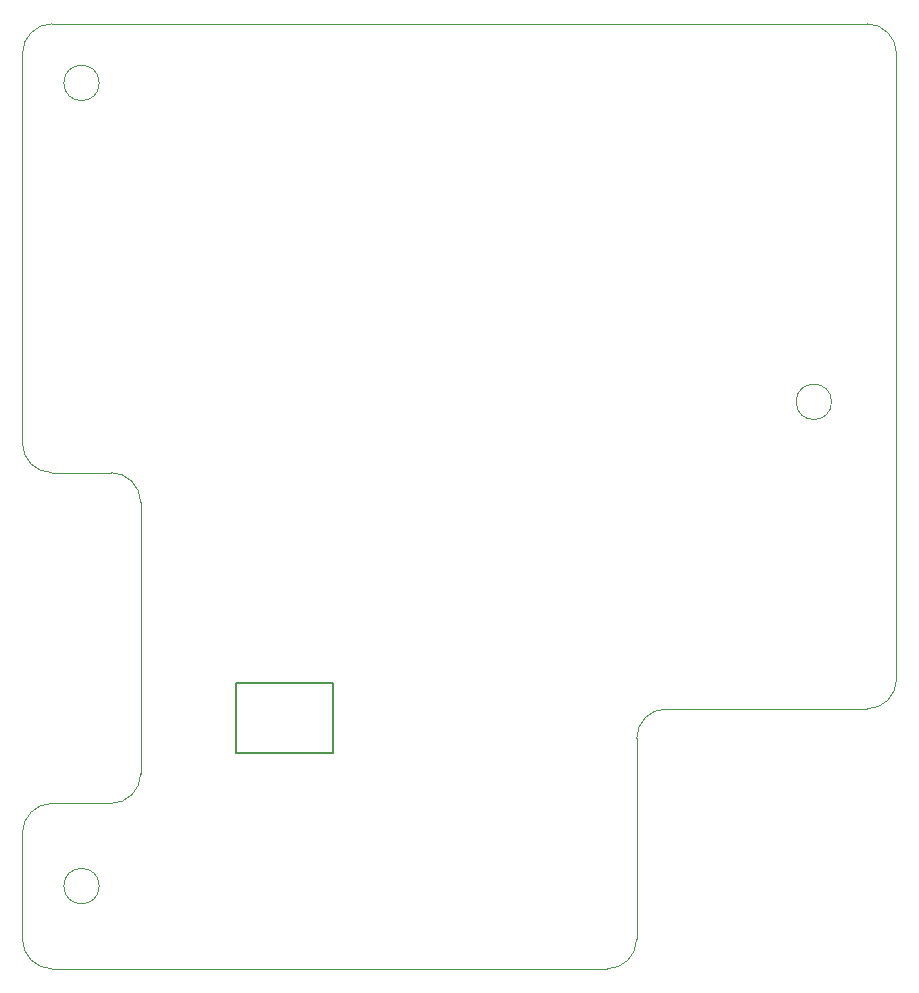
<source format=gbr>
%TF.GenerationSoftware,KiCad,Pcbnew,7.0.1*%
%TF.CreationDate,2023-06-27T14:48:06+02:00*%
%TF.ProjectId,micromirror-board-controller,6d696372-6f6d-4697-9272-6f722d626f61,rev?*%
%TF.SameCoordinates,Original*%
%TF.FileFunction,Profile,NP*%
%FSLAX46Y46*%
G04 Gerber Fmt 4.6, Leading zero omitted, Abs format (unit mm)*
G04 Created by KiCad (PCBNEW 7.0.1) date 2023-06-27 14:48:06*
%MOMM*%
%LPD*%
G01*
G04 APERTURE LIST*
%TA.AperFunction,Profile*%
%ADD10C,0.100000*%
%TD*%
%TA.AperFunction,Profile*%
%ADD11C,0.150000*%
%TD*%
G04 APERTURE END LIST*
D10*
X118042751Y-95411284D02*
X123042751Y-95411284D01*
D11*
X133640000Y-113200000D02*
X141840000Y-113200000D01*
X141840000Y-119160000D01*
X133640000Y-119160000D01*
X133640000Y-113200000D01*
D10*
X184042751Y-89411284D02*
G75*
G03*
X184042751Y-89411284I-1500000J0D01*
G01*
X187042751Y-57411284D02*
X118042751Y-57411284D01*
X122042751Y-130411284D02*
G75*
G03*
X122042751Y-130411284I-1500000J0D01*
G01*
X187042751Y-115411351D02*
G75*
G03*
X189542751Y-112911284I-51J2500051D01*
G01*
X122042751Y-62411284D02*
G75*
G03*
X122042751Y-62411284I-1500000J0D01*
G01*
X125542751Y-97911284D02*
X125542751Y-120911284D01*
X118042751Y-123411351D02*
G75*
G03*
X115542751Y-125911284I-51J-2499949D01*
G01*
X123042751Y-123411284D02*
X118042751Y-123411284D01*
X125542716Y-97911284D02*
G75*
G03*
X123042751Y-95411284I-2499916J84D01*
G01*
X123042751Y-123411351D02*
G75*
G03*
X125542751Y-120911284I-51J2500051D01*
G01*
X115542716Y-134911284D02*
G75*
G03*
X118042751Y-137411284I2500084J84D01*
G01*
X167542751Y-134911284D02*
X167542751Y-117911284D01*
X189542751Y-112911284D02*
X189542751Y-59911284D01*
X170042751Y-115411351D02*
G75*
G03*
X167542751Y-117911284I-51J-2499949D01*
G01*
X118042751Y-137411284D02*
X165042751Y-137411284D01*
X165042751Y-137411351D02*
G75*
G03*
X167542751Y-134911284I-51J2500051D01*
G01*
X118042751Y-57411351D02*
G75*
G03*
X115542751Y-59911284I-51J-2499949D01*
G01*
X115542751Y-59911284D02*
X115542751Y-92911284D01*
X115542751Y-125911284D02*
X115542751Y-134911284D01*
X189542716Y-59911284D02*
G75*
G03*
X187042751Y-57411284I-2499916J84D01*
G01*
X170042751Y-115411284D02*
X187042751Y-115411284D01*
X115542716Y-92911284D02*
G75*
G03*
X118042751Y-95411284I2500084J84D01*
G01*
M02*

</source>
